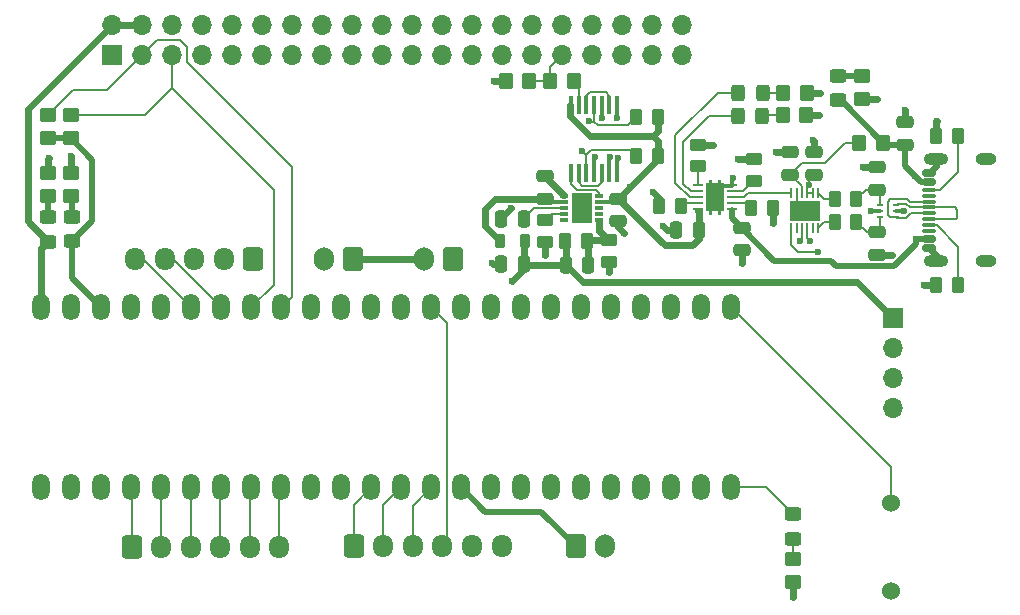
<source format=gbr>
%TF.GenerationSoftware,KiCad,Pcbnew,8.0.8*%
%TF.CreationDate,2025-03-09T10:32:03-07:00*%
%TF.ProjectId,live-video-multi-function-board,6c697665-2d76-4696-9465-6f2d6d756c74,rev?*%
%TF.SameCoordinates,Original*%
%TF.FileFunction,Copper,L1,Top*%
%TF.FilePolarity,Positive*%
%FSLAX46Y46*%
G04 Gerber Fmt 4.6, Leading zero omitted, Abs format (unit mm)*
G04 Created by KiCad (PCBNEW 8.0.8) date 2025-03-09 10:32:03*
%MOMM*%
%LPD*%
G01*
G04 APERTURE LIST*
G04 Aperture macros list*
%AMRoundRect*
0 Rectangle with rounded corners*
0 $1 Rounding radius*
0 $2 $3 $4 $5 $6 $7 $8 $9 X,Y pos of 4 corners*
0 Add a 4 corners polygon primitive as box body*
4,1,4,$2,$3,$4,$5,$6,$7,$8,$9,$2,$3,0*
0 Add four circle primitives for the rounded corners*
1,1,$1+$1,$2,$3*
1,1,$1+$1,$4,$5*
1,1,$1+$1,$6,$7*
1,1,$1+$1,$8,$9*
0 Add four rect primitives between the rounded corners*
20,1,$1+$1,$2,$3,$4,$5,0*
20,1,$1+$1,$4,$5,$6,$7,0*
20,1,$1+$1,$6,$7,$8,$9,0*
20,1,$1+$1,$8,$9,$2,$3,0*%
G04 Aperture macros list end*
%TA.AperFunction,EtchedComponent*%
%ADD10C,0.000000*%
%TD*%
%TA.AperFunction,SMDPad,CuDef*%
%ADD11RoundRect,0.050000X-0.050000X0.350000X-0.050000X-0.350000X0.050000X-0.350000X0.050000X0.350000X0*%
%TD*%
%TA.AperFunction,HeatsinkPad*%
%ADD12R,2.500000X1.700000*%
%TD*%
%TA.AperFunction,SMDPad,CuDef*%
%ADD13RoundRect,0.250000X-0.350000X-0.450000X0.350000X-0.450000X0.350000X0.450000X-0.350000X0.450000X0*%
%TD*%
%TA.AperFunction,SMDPad,CuDef*%
%ADD14RoundRect,0.250000X0.262500X0.450000X-0.262500X0.450000X-0.262500X-0.450000X0.262500X-0.450000X0*%
%TD*%
%TA.AperFunction,ComponentPad*%
%ADD15RoundRect,0.250000X-0.600000X-0.750000X0.600000X-0.750000X0.600000X0.750000X-0.600000X0.750000X0*%
%TD*%
%TA.AperFunction,ComponentPad*%
%ADD16O,1.700000X2.000000*%
%TD*%
%TA.AperFunction,ComponentPad*%
%ADD17RoundRect,0.250000X0.600000X0.750000X-0.600000X0.750000X-0.600000X-0.750000X0.600000X-0.750000X0*%
%TD*%
%TA.AperFunction,ComponentPad*%
%ADD18RoundRect,0.250000X-0.600000X-0.725000X0.600000X-0.725000X0.600000X0.725000X-0.600000X0.725000X0*%
%TD*%
%TA.AperFunction,ComponentPad*%
%ADD19O,1.700000X1.950000*%
%TD*%
%TA.AperFunction,SMDPad,CuDef*%
%ADD20RoundRect,0.250000X-0.450000X0.350000X-0.450000X-0.350000X0.450000X-0.350000X0.450000X0.350000X0*%
%TD*%
%TA.AperFunction,SMDPad,CuDef*%
%ADD21RoundRect,0.250000X0.325000X0.450000X-0.325000X0.450000X-0.325000X-0.450000X0.325000X-0.450000X0*%
%TD*%
%TA.AperFunction,SMDPad,CuDef*%
%ADD22RoundRect,0.250000X-0.262500X-0.450000X0.262500X-0.450000X0.262500X0.450000X-0.262500X0.450000X0*%
%TD*%
%TA.AperFunction,SMDPad,CuDef*%
%ADD23RoundRect,0.250000X0.350000X0.450000X-0.350000X0.450000X-0.350000X-0.450000X0.350000X-0.450000X0*%
%TD*%
%TA.AperFunction,SMDPad,CuDef*%
%ADD24RoundRect,0.250000X0.450000X-0.350000X0.450000X0.350000X-0.450000X0.350000X-0.450000X-0.350000X0*%
%TD*%
%TA.AperFunction,SMDPad,CuDef*%
%ADD25RoundRect,0.250000X-0.450000X0.325000X-0.450000X-0.325000X0.450000X-0.325000X0.450000X0.325000X0*%
%TD*%
%TA.AperFunction,SMDPad,CuDef*%
%ADD26RoundRect,0.250000X0.475000X-0.250000X0.475000X0.250000X-0.475000X0.250000X-0.475000X-0.250000X0*%
%TD*%
%TA.AperFunction,ComponentPad*%
%ADD27RoundRect,0.250000X0.600000X0.725000X-0.600000X0.725000X-0.600000X-0.725000X0.600000X-0.725000X0*%
%TD*%
%TA.AperFunction,SMDPad,CuDef*%
%ADD28RoundRect,0.150000X0.425000X-0.150000X0.425000X0.150000X-0.425000X0.150000X-0.425000X-0.150000X0*%
%TD*%
%TA.AperFunction,SMDPad,CuDef*%
%ADD29RoundRect,0.075000X0.500000X-0.075000X0.500000X0.075000X-0.500000X0.075000X-0.500000X-0.075000X0*%
%TD*%
%TA.AperFunction,HeatsinkPad*%
%ADD30O,2.100000X1.000000*%
%TD*%
%TA.AperFunction,HeatsinkPad*%
%ADD31O,1.800000X1.000000*%
%TD*%
%TA.AperFunction,SMDPad,CuDef*%
%ADD32R,0.812800X0.254000*%
%TD*%
%TA.AperFunction,SMDPad,CuDef*%
%ADD33R,1.650000X2.400000*%
%TD*%
%TA.AperFunction,ComponentPad*%
%ADD34R,1.700000X1.700000*%
%TD*%
%TA.AperFunction,ComponentPad*%
%ADD35O,1.700000X1.700000*%
%TD*%
%TA.AperFunction,SMDPad,CuDef*%
%ADD36RoundRect,0.250000X0.250000X0.475000X-0.250000X0.475000X-0.250000X-0.475000X0.250000X-0.475000X0*%
%TD*%
%TA.AperFunction,SMDPad,CuDef*%
%ADD37RoundRect,0.051250X0.153750X-0.733750X0.153750X0.733750X-0.153750X0.733750X-0.153750X-0.733750X0*%
%TD*%
%TA.AperFunction,SMDPad,CuDef*%
%ADD38RoundRect,0.250000X-0.475000X0.250000X-0.475000X-0.250000X0.475000X-0.250000X0.475000X0.250000X0*%
%TD*%
%TA.AperFunction,SMDPad,CuDef*%
%ADD39R,0.584200X0.279400*%
%TD*%
%TA.AperFunction,SMDPad,CuDef*%
%ADD40RoundRect,0.250000X0.450000X-0.262500X0.450000X0.262500X-0.450000X0.262500X-0.450000X-0.262500X0*%
%TD*%
%TA.AperFunction,SMDPad,CuDef*%
%ADD41R,0.800000X0.300000*%
%TD*%
%TA.AperFunction,SMDPad,CuDef*%
%ADD42R,1.750000X2.500000*%
%TD*%
%TA.AperFunction,ComponentPad*%
%ADD43C,1.524000*%
%TD*%
%TA.AperFunction,SMDPad,CuDef*%
%ADD44RoundRect,0.250000X-0.450000X0.262500X-0.450000X-0.262500X0.450000X-0.262500X0.450000X0.262500X0*%
%TD*%
%TA.AperFunction,SMDPad,CuDef*%
%ADD45RoundRect,0.250000X-0.250000X-0.475000X0.250000X-0.475000X0.250000X0.475000X-0.250000X0.475000X0*%
%TD*%
%TA.AperFunction,SMDPad,CuDef*%
%ADD46RoundRect,0.250000X0.450000X-0.325000X0.450000X0.325000X-0.450000X0.325000X-0.450000X-0.325000X0*%
%TD*%
%TA.AperFunction,ComponentPad*%
%ADD47O,1.500000X2.250000*%
%TD*%
%TA.AperFunction,SMDPad,CuDef*%
%ADD48RoundRect,0.218750X0.218750X0.381250X-0.218750X0.381250X-0.218750X-0.381250X0.218750X-0.381250X0*%
%TD*%
%TA.AperFunction,ViaPad*%
%ADD49C,0.600000*%
%TD*%
%TA.AperFunction,Conductor*%
%ADD50C,0.200000*%
%TD*%
%TA.AperFunction,Conductor*%
%ADD51C,0.609600*%
%TD*%
%TA.AperFunction,Conductor*%
%ADD52C,0.152400*%
%TD*%
%TA.AperFunction,Conductor*%
%ADD53C,0.304800*%
%TD*%
%TA.AperFunction,Conductor*%
%ADD54C,0.300000*%
%TD*%
%TA.AperFunction,Conductor*%
%ADD55C,0.508000*%
%TD*%
G04 APERTURE END LIST*
D10*
%TA.AperFunction,EtchedComponent*%
%TO.C,U2*%
G36*
X164042737Y-83644748D02*
G01*
X163792737Y-83644748D01*
X163792737Y-83344748D01*
X164042737Y-83344748D01*
X164042737Y-83644748D01*
G37*
%TD.AperFunction*%
%TA.AperFunction,EtchedComponent*%
G36*
X164042737Y-83644748D02*
G01*
X163792737Y-83644748D01*
X163792737Y-83344748D01*
X164042737Y-83344748D01*
X164042737Y-83644748D01*
G37*
%TD.AperFunction*%
%TA.AperFunction,EtchedComponent*%
G36*
X164042737Y-86344748D02*
G01*
X163792737Y-86344748D01*
X163792737Y-86044748D01*
X164042737Y-86044748D01*
X164042737Y-86344748D01*
G37*
%TD.AperFunction*%
%TA.AperFunction,EtchedComponent*%
G36*
X164042737Y-86344748D02*
G01*
X163792737Y-86344748D01*
X163792737Y-86044748D01*
X164042737Y-86044748D01*
X164042737Y-86344748D01*
G37*
%TD.AperFunction*%
%TA.AperFunction,EtchedComponent*%
G36*
X164792863Y-83644748D02*
G01*
X164542863Y-83644748D01*
X164542863Y-83344748D01*
X164792863Y-83344748D01*
X164792863Y-83644748D01*
G37*
%TD.AperFunction*%
%TA.AperFunction,EtchedComponent*%
G36*
X164792863Y-83644748D02*
G01*
X164542863Y-83644748D01*
X164542863Y-83344748D01*
X164792863Y-83344748D01*
X164792863Y-83644748D01*
G37*
%TD.AperFunction*%
%TA.AperFunction,EtchedComponent*%
G36*
X164792863Y-86344748D02*
G01*
X164542863Y-86344748D01*
X164542863Y-86044748D01*
X164792863Y-86044748D01*
X164792863Y-86344748D01*
G37*
%TD.AperFunction*%
%TA.AperFunction,EtchedComponent*%
G36*
X164792863Y-86344748D02*
G01*
X164542863Y-86344748D01*
X164542863Y-86044748D01*
X164792863Y-86044748D01*
X164792863Y-86344748D01*
G37*
%TD.AperFunction*%
%TD*%
D11*
%TO.P,U4,1,USBDM*%
%TO.N,Net-(U4-USBDM)*%
X172995000Y-84520000D03*
%TO.P,U4,2,~{RESET}*%
%TO.N,Net-(U4-3V3OUT)*%
X172545000Y-84520000D03*
%TO.P,U4,3,3V3OUT*%
X172095000Y-84520000D03*
%TO.P,U4,4,VCC*%
%TO.N,Net-(U4-VCC)*%
X171645000Y-84520000D03*
%TO.P,U4,5,GND*%
%TO.N,GND*%
X171195000Y-84520000D03*
%TO.P,U4,6,CBUS0*%
%TO.N,PWR_EN*%
X170745000Y-84520000D03*
%TO.P,U4,7,TXD/D0*%
%TO.N,TXD*%
X170745000Y-87420000D03*
%TO.P,U4,8,~{RTS}/D2*%
%TO.N,unconnected-(U4-~{RTS}{slash}D2-Pad8)*%
X171195000Y-87420000D03*
%TO.P,U4,9,VCCIO*%
%TO.N,Net-(U4-3V3OUT)*%
X171645000Y-87420000D03*
%TO.P,U4,10,RXD/D1*%
%TO.N,RXD*%
X172095000Y-87420000D03*
%TO.P,U4,11,~{CTS}/D3*%
%TO.N,unconnected-(U4-~{CTS}{slash}D3-Pad11)*%
X172545000Y-87420000D03*
%TO.P,U4,12,USBDP*%
%TO.N,Net-(U4-USBDP)*%
X172995000Y-87420000D03*
D12*
%TO.P,U4,13,GND*%
%TO.N,GND*%
X171870000Y-85970000D03*
%TD*%
D13*
%TO.P,R19,1*%
%TO.N,Net-(BSTAT2-K)*%
X170030000Y-76005000D03*
%TO.P,R19,2*%
%TO.N,GND*%
X172030000Y-76005000D03*
%TD*%
%TO.P,FB1,1*%
%TO.N,Net-(U4-VCC)*%
X176500000Y-80210000D03*
%TO.P,FB1,2*%
%TO.N,VBUS*%
X178500000Y-80210000D03*
%TD*%
D14*
%TO.P,R18,1*%
%TO.N,VBAT*%
X159437500Y-78015000D03*
%TO.P,R18,2*%
%TO.N,IN_TG*%
X157612500Y-78015000D03*
%TD*%
D15*
%TO.P,J8,1,Pin_1*%
%TO.N,+3.3V*%
X152500000Y-114400000D03*
D16*
%TO.P,J8,2,Pin_2*%
%TO.N,GND*%
X155000000Y-114400000D03*
%TD*%
D17*
%TO.P,J4,1,Pin_1*%
%TO.N,VBAT*%
X142100000Y-90060000D03*
D16*
%TO.P,J4,2,Pin_2*%
%TO.N,Net-(J4-Pin_2)*%
X139600000Y-90060000D03*
%TD*%
D18*
%TO.P,J9,1,Pin_1*%
%TO.N,SDN*%
X114900000Y-114425000D03*
D19*
%TO.P,J9,2,Pin_2*%
%TO.N,GPIO3*%
X117400000Y-114425000D03*
%TO.P,J9,3,Pin_3*%
%TO.N,GPIO2*%
X119900000Y-114425000D03*
%TO.P,J9,4,Pin_4*%
%TO.N,GPIO1*%
X122400000Y-114425000D03*
%TO.P,J9,5,Pin_5*%
%TO.N,GPIO0*%
X124900000Y-114425000D03*
%TO.P,J9,6,Pin_6*%
%TO.N,IRQ*%
X127400000Y-114425000D03*
%TD*%
D20*
%TO.P,R5,1*%
%TO.N,Net-(VBus1-K)*%
X176750000Y-74560000D03*
%TO.P,R5,2*%
%TO.N,GND*%
X176750000Y-76560000D03*
%TD*%
D21*
%TO.P,BSTAT2,1,K*%
%TO.N,Net-(BSTAT2-K)*%
X168300000Y-76010000D03*
%TO.P,BSTAT2,2,A*%
%TO.N,BSTAT2*%
X166250000Y-76010000D03*
%TD*%
D22*
%TO.P,R9,1*%
%TO.N,GND*%
X183025000Y-92260000D03*
%TO.P,R9,2*%
%TO.N,Net-(J10-CC1)*%
X184850000Y-92260000D03*
%TD*%
D23*
%TO.P,R22,1*%
%TO.N,Net-(U5-Q2)*%
X152300000Y-74960000D03*
%TO.P,R22,2*%
%TO.N,TG*%
X150300000Y-74960000D03*
%TD*%
D24*
%TO.P,R6,1*%
%TO.N,+3.3V1*%
X109750000Y-79860000D03*
%TO.P,R6,2*%
%TO.N,SCL1*%
X109750000Y-77860000D03*
%TD*%
D25*
%TO.P,VBus1,1,K*%
%TO.N,Net-(VBus1-K)*%
X174725000Y-74562500D03*
%TO.P,VBus1,2,A*%
%TO.N,VBUS*%
X174725000Y-76612500D03*
%TD*%
D26*
%TO.P,C8,1*%
%TO.N,GND*%
X178000000Y-89710000D03*
%TO.P,C8,2*%
%TO.N,D+*%
X178000000Y-87810000D03*
%TD*%
D27*
%TO.P,J1,1,Pin_1*%
%TO.N,GND*%
X125200000Y-90060000D03*
D19*
%TO.P,J1,2,Pin_2*%
%TO.N,PWR*%
X122700000Y-90060000D03*
%TO.P,J1,3,Pin_3*%
%TO.N,IN_TG*%
X120200000Y-90060000D03*
%TO.P,J1,4,Pin_4*%
%TO.N,TXC*%
X117700000Y-90060000D03*
%TO.P,J1,5,Pin_5*%
%TO.N,RXC*%
X115200000Y-90060000D03*
%TD*%
D14*
%TO.P,R7,1*%
%TO.N,GND*%
X169170000Y-85720000D03*
%TO.P,R7,2*%
%TO.N,Net-(U2-ISET)*%
X167345000Y-85720000D03*
%TD*%
D22*
%TO.P,R13,1*%
%TO.N,Net-(U4-USBDM)*%
X174420000Y-85010000D03*
%TO.P,R13,2*%
%TO.N,D-*%
X176245000Y-85010000D03*
%TD*%
D28*
%TO.P,J10,A1,GND*%
%TO.N,GND*%
X182425000Y-89160000D03*
%TO.P,J10,A4,VBUS*%
%TO.N,VBUS*%
X182425000Y-88360000D03*
D29*
%TO.P,J10,A5,CC1*%
%TO.N,Net-(J10-CC1)*%
X182425000Y-87210000D03*
%TO.P,J10,A6,D+*%
%TO.N,Net-(J10-D+-PadA6)*%
X182425000Y-86210000D03*
%TO.P,J10,A7,D-*%
%TO.N,Net-(J10-D--PadA7)*%
X182425000Y-85710000D03*
%TO.P,J10,A8,SBU1*%
%TO.N,unconnected-(J10-SBU1-PadA8)*%
X182425000Y-84710000D03*
D28*
%TO.P,J10,A9,VBUS*%
%TO.N,VBUS*%
X182425000Y-83560000D03*
%TO.P,J10,A12,GND*%
%TO.N,GND*%
X182425000Y-82760000D03*
%TO.P,J10,B1,GND*%
X182425000Y-82760000D03*
%TO.P,J10,B4,VBUS*%
%TO.N,VBUS*%
X182425000Y-83560000D03*
D29*
%TO.P,J10,B5,CC2*%
%TO.N,Net-(J10-CC2)*%
X182425000Y-84210000D03*
%TO.P,J10,B6,D+*%
%TO.N,Net-(J10-D+-PadA6)*%
X182425000Y-85210000D03*
%TO.P,J10,B7,D-*%
%TO.N,Net-(J10-D--PadA7)*%
X182425000Y-86710000D03*
%TO.P,J10,B8,SBU2*%
%TO.N,unconnected-(J10-SBU2-PadB8)*%
X182425000Y-87710000D03*
D28*
%TO.P,J10,B9,VBUS*%
%TO.N,VBUS*%
X182425000Y-88360000D03*
%TO.P,J10,B12,GND*%
%TO.N,GND*%
X182425000Y-89160000D03*
D30*
%TO.P,J10,S1,SHIELD*%
X183000000Y-90280000D03*
D31*
X187180000Y-90280000D03*
D30*
X183000000Y-81640000D03*
D31*
X187180000Y-81640000D03*
%TD*%
D26*
%TO.P,C4,1*%
%TO.N,Net-(U1-SW)*%
X149875000Y-84965000D03*
%TO.P,C4,2*%
%TO.N,Net-(U1-BST)*%
X149875000Y-83065000D03*
%TD*%
D20*
%TO.P,R4,1*%
%TO.N,SDA1*%
X107800000Y-77860000D03*
%TO.P,R4,2*%
%TO.N,+3.3V1*%
X107800000Y-79860000D03*
%TD*%
D23*
%TO.P,R23,1*%
%TO.N,TG*%
X148550000Y-74960000D03*
%TO.P,R23,2*%
%TO.N,GND*%
X146550000Y-74960000D03*
%TD*%
D13*
%TO.P,R20,1*%
%TO.N,Net-(BSTAT1-K)*%
X170000000Y-77910000D03*
%TO.P,R20,2*%
%TO.N,GND*%
X172000000Y-77910000D03*
%TD*%
D24*
%TO.P,R16,1*%
%TO.N,Net-(5V0-K)*%
X107800000Y-84760000D03*
%TO.P,R16,2*%
%TO.N,GND*%
X107800000Y-82760000D03*
%TD*%
D20*
%TO.P,R21,1*%
%TO.N,Net-(STAT1-K)*%
X170850000Y-115460000D03*
%TO.P,R21,2*%
%TO.N,GND*%
X170850000Y-117460000D03*
%TD*%
D32*
%TO.P,U2,1,IN*%
%TO.N,VBUS*%
X165740600Y-85845000D03*
%TO.P,U2,2,ISET*%
%TO.N,Net-(U2-ISET)*%
X165740600Y-85344874D03*
%TO.P,U2,3,/CE*%
%TO.N,PWR_EN*%
X165740600Y-84844748D03*
%TO.P,U2,4,TS*%
%TO.N,Net-(U2-TS)*%
X165740600Y-84344622D03*
%TO.P,U2,5,GND*%
%TO.N,GND*%
X165740600Y-83844496D03*
%TO.P,U2,6,CHM_TMR*%
%TO.N,Net-(U2-CHM_TMR)*%
X162845000Y-83844496D03*
%TO.P,U2,7,STAT1*%
%TO.N,BSTAT1*%
X162845000Y-84344622D03*
%TO.P,U2,8,STAT2*%
%TO.N,BSTAT2*%
X162845000Y-84844748D03*
%TO.P,U2,9,VSET*%
%TO.N,Net-(U2-VSET)*%
X162845000Y-85344874D03*
%TO.P,U2,10,OUT*%
%TO.N,VBAT*%
X162845000Y-85845000D03*
D33*
%TO.P,U2,11,GND*%
%TO.N,GND*%
X164292800Y-84844748D03*
%TD*%
D34*
%TO.P,J6,1,Pin_1*%
%TO.N,+5V*%
X179350000Y-95040000D03*
D35*
%TO.P,J6,2,Pin_2*%
%TO.N,GND*%
X179350000Y-97580000D03*
%TO.P,J6,3,Pin_3*%
%TO.N,TXD*%
X179350000Y-100120000D03*
%TO.P,J6,4,Pin_4*%
%TO.N,RXD*%
X179350000Y-102660000D03*
%TD*%
D24*
%TO.P,R15,1*%
%TO.N,Net-(3V3-K)*%
X109750000Y-84760000D03*
%TO.P,R15,2*%
%TO.N,GND*%
X109750000Y-82760000D03*
%TD*%
D25*
%TO.P,3V3,1,K*%
%TO.N,Net-(3V3-K)*%
X109800000Y-86535000D03*
%TO.P,3V3,2,A*%
%TO.N,+3.3V1*%
X109800000Y-88585000D03*
%TD*%
D36*
%TO.P,C3,1*%
%TO.N,Net-(U1-INTVCC)*%
X148075000Y-86665000D03*
%TO.P,C3,2*%
%TO.N,GND*%
X146175000Y-86665000D03*
%TD*%
D37*
%TO.P,U5,1,Q*%
%TO.N,EN*%
X152075000Y-82755000D03*
%TO.P,U5,2,~{Q1}*%
%TO.N,Net-(U5-D1)*%
X152725000Y-82755000D03*
%TO.P,U5,3,CLOCK1*%
%TO.N,PWR*%
X153375000Y-82755000D03*
%TO.P,U5,4,RESET1*%
%TO.N,GND*%
X154025000Y-82755000D03*
%TO.P,U5,5,D1*%
%TO.N,Net-(U5-D1)*%
X154675000Y-82755000D03*
%TO.P,U5,6,SET1*%
%TO.N,GND*%
X155325000Y-82755000D03*
%TO.P,U5,7,VSS*%
X155975000Y-82755000D03*
%TO.P,U5,8,SET2*%
X155975000Y-77015000D03*
%TO.P,U5,9,D2*%
%TO.N,Net-(U5-D2)*%
X155325000Y-77015000D03*
%TO.P,U5,10,RESET2*%
%TO.N,GND*%
X154675000Y-77015000D03*
%TO.P,U5,11,CLOCK2*%
%TO.N,IN_TG*%
X154025000Y-77015000D03*
%TO.P,U5,12,~{Q2}*%
%TO.N,Net-(U5-D2)*%
X153375000Y-77015000D03*
%TO.P,U5,13,Q2*%
%TO.N,Net-(U5-Q2)*%
X152725000Y-77015000D03*
%TO.P,U5,14,VDD*%
%TO.N,VBAT*%
X152075000Y-77015000D03*
%TD*%
D38*
%TO.P,C7,1*%
%TO.N,GND*%
X170645000Y-81020000D03*
%TO.P,C7,2*%
%TO.N,Net-(U4-VCC)*%
X170645000Y-82920000D03*
%TD*%
D39*
%TO.P,U3,1,I/O1*%
%TO.N,Net-(J10-D+-PadA6)*%
X179600000Y-86510000D03*
%TO.P,U3,2,GND*%
%TO.N,GND*%
X179600000Y-86010001D03*
%TO.P,U3,3,I/O2*%
%TO.N,Net-(J10-D--PadA7)*%
X179600000Y-85510002D03*
%TO.P,U3,4,I/O2*%
%TO.N,D-*%
X178279200Y-85510002D03*
%TO.P,U3,5,VBUS*%
%TO.N,VBUS*%
X178279200Y-86010001D03*
%TO.P,U3,6,I/O1*%
%TO.N,D+*%
X178279200Y-86510000D03*
%TD*%
D14*
%TO.P,R14,1*%
%TO.N,Net-(U2-VSET)*%
X161357500Y-85610000D03*
%TO.P,R14,2*%
%TO.N,GND*%
X159532500Y-85610000D03*
%TD*%
D40*
%TO.P,R1,1*%
%TO.N,GND*%
X155275000Y-90290000D03*
%TO.P,R1,2*%
%TO.N,Net-(U1-FB)*%
X155275000Y-88465000D03*
%TD*%
D17*
%TO.P,J7,1,Pin_1*%
%TO.N,Net-(J4-Pin_2)*%
X133650000Y-90060000D03*
D16*
%TO.P,J7,2,Pin_2*%
%TO.N,GND*%
X131150000Y-90060000D03*
%TD*%
D41*
%TO.P,U1,1,BST*%
%TO.N,Net-(U1-BST)*%
X151475000Y-84765000D03*
%TO.P,U1,2,SW*%
%TO.N,Net-(U1-SW)*%
X151475000Y-85265000D03*
%TO.P,U1,3,INTVCC*%
%TO.N,Net-(U1-INTVCC)*%
X151475000Y-85765000D03*
%TO.P,U1,4,RT*%
%TO.N,Net-(U1-RT)*%
X151475000Y-86265000D03*
%TO.P,U1,5,SYNC*%
%TO.N,unconnected-(U1-SYNC-Pad5)*%
X151475000Y-86765000D03*
%TO.P,U1,6,FB*%
%TO.N,Net-(U1-FB)*%
X154475000Y-86765000D03*
%TO.P,U1,7,TR/SS*%
%TO.N,unconnected-(U1-TR{slash}SS-Pad7)*%
X154475000Y-86265000D03*
%TO.P,U1,8,PG*%
%TO.N,unconnected-(U1-PG-Pad8)*%
X154475000Y-85765000D03*
%TO.P,U1,9,VIN*%
%TO.N,VBAT*%
X154475000Y-85265000D03*
%TO.P,U1,10,EN/UV*%
%TO.N,EN*%
X154475000Y-84765000D03*
D42*
%TO.P,U1,11,GND*%
%TO.N,GND*%
X152975000Y-85765000D03*
%TD*%
D43*
%TO.P,BZ1,1,-*%
%TO.N,Net-(BZ1--)*%
X179200000Y-110710000D03*
%TO.P,BZ1,2,+*%
%TO.N,GND*%
X179200000Y-118210000D03*
%TD*%
D44*
%TO.P,R3,1*%
%TO.N,Net-(U1-RT)*%
X149875000Y-86765000D03*
%TO.P,R3,2*%
%TO.N,GND*%
X149875000Y-88590000D03*
%TD*%
D45*
%TO.P,C2,1*%
%TO.N,GND*%
X146175000Y-90465000D03*
%TO.P,C2,2*%
%TO.N,+5V*%
X148075000Y-90465000D03*
%TD*%
D25*
%TO.P,5V0,1,K*%
%TO.N,Net-(5V0-K)*%
X107815000Y-86540000D03*
%TO.P,5V0,2,A*%
%TO.N,+5V*%
X107815000Y-88590000D03*
%TD*%
D45*
%TO.P,C11,1*%
%TO.N,GND*%
X160995000Y-87620000D03*
%TO.P,C11,2*%
%TO.N,VBAT*%
X162895000Y-87620000D03*
%TD*%
D22*
%TO.P,R10,1*%
%TO.N,GND*%
X183025000Y-79660000D03*
%TO.P,R10,2*%
%TO.N,Net-(J10-CC2)*%
X184850000Y-79660000D03*
%TD*%
D38*
%TO.P,C10,1*%
%TO.N,GND*%
X172645000Y-81020000D03*
%TO.P,C10,2*%
%TO.N,Net-(U4-3V3OUT)*%
X172645000Y-82920000D03*
%TD*%
D18*
%TO.P,J3,1,Pin_1*%
%TO.N,CS*%
X133700000Y-114400000D03*
D19*
%TO.P,J3,2,Pin_2*%
%TO.N,MOSI*%
X136200000Y-114400000D03*
%TO.P,J3,3,Pin_3*%
%TO.N,MISO*%
X138700000Y-114400000D03*
%TO.P,J3,4,Pin_4*%
%TO.N,SCLK*%
X141200000Y-114400000D03*
%TO.P,J3,5,Pin_5*%
%TO.N,GND*%
X143700000Y-114400000D03*
%TO.P,J3,6,Pin_6*%
%TO.N,+5V*%
X146200000Y-114400000D03*
%TD*%
D14*
%TO.P,R17,1*%
%TO.N,VBAT*%
X159425000Y-81365000D03*
%TO.P,R17,2*%
%TO.N,PWR*%
X157600000Y-81365000D03*
%TD*%
D38*
%TO.P,C6,1*%
%TO.N,GND*%
X180350000Y-78510000D03*
%TO.P,C6,2*%
%TO.N,VBUS*%
X180350000Y-80410000D03*
%TD*%
D46*
%TO.P,STAT1,1,K*%
%TO.N,Net-(STAT1-K)*%
X170845000Y-113740000D03*
%TO.P,STAT1,2,A*%
%TO.N,STAT1*%
X170845000Y-111690000D03*
%TD*%
D47*
%TO.P,Teensy4.1,0,RX1*%
%TO.N,unconnected-(Teensy4.1-RX1-Pad0)*%
X109770000Y-109400000D03*
%TO.P,Teensy4.1,1,TX1*%
%TO.N,unconnected-(Teensy4.1-TX1-Pad1)*%
X112310000Y-109400000D03*
%TO.P,Teensy4.1,2,PWM*%
%TO.N,SDN*%
X114850000Y-109400000D03*
%TO.P,Teensy4.1,3,PWM*%
%TO.N,GPIO3*%
X117390000Y-109400000D03*
%TO.P,Teensy4.1,3V,3.3V*%
%TO.N,+3.3V*%
X142790000Y-109400000D03*
%TO.P,Teensy4.1,3V1,3.3V*%
%TO.N,+3.3V1*%
X112310000Y-94160000D03*
%TO.P,Teensy4.1,4,PWM*%
%TO.N,GPIO2*%
X119930000Y-109400000D03*
%TO.P,Teensy4.1,5,PWM*%
%TO.N,GPIO1*%
X122470000Y-109400000D03*
%TO.P,Teensy4.1,5V,VIN*%
%TO.N,+5V*%
X107230000Y-94160000D03*
%TO.P,Teensy4.1,6,PWM*%
%TO.N,GPIO0*%
X125010000Y-109400000D03*
%TO.P,Teensy4.1,7,RX2*%
%TO.N,IRQ*%
X127550000Y-109400000D03*
%TO.P,Teensy4.1,8,TX2*%
%TO.N,unconnected-(Teensy4.1-TX2-Pad8)*%
X130090000Y-109400000D03*
%TO.P,Teensy4.1,9,PWM*%
%TO.N,unconnected-(Teensy4.1-PWM-Pad9)*%
X132630000Y-109400000D03*
%TO.P,Teensy4.1,10,CS*%
%TO.N,CS*%
X135170000Y-109400000D03*
%TO.P,Teensy4.1,11,MOSI*%
%TO.N,MOSI*%
X137710000Y-109400000D03*
%TO.P,Teensy4.1,12,MISO*%
%TO.N,MISO*%
X140250000Y-109400000D03*
%TO.P,Teensy4.1,13,SCK*%
%TO.N,SCLK*%
X140250000Y-94160000D03*
%TO.P,Teensy4.1,14,A0*%
%TO.N,unconnected-(Teensy4.1-A0-Pad14)*%
X137710000Y-94160000D03*
%TO.P,Teensy4.1,15,A1*%
%TO.N,unconnected-(Teensy4.1-A1-Pad15)*%
X135170000Y-94160000D03*
%TO.P,Teensy4.1,16,A2*%
%TO.N,unconnected-(Teensy4.1-A2-Pad16)*%
X132630000Y-94160000D03*
%TO.P,Teensy4.1,17,A3*%
%TO.N,unconnected-(Teensy4.1-A3-Pad17)*%
X130090000Y-94160000D03*
%TO.P,Teensy4.1,18,SDA*%
%TO.N,SDA1*%
X127550000Y-94160000D03*
%TO.P,Teensy4.1,19,SCL*%
%TO.N,SCL1*%
X125010000Y-94160000D03*
%TO.P,Teensy4.1,20,TX5*%
%TO.N,TXC*%
X122470000Y-94160000D03*
%TO.P,Teensy4.1,21,RX5*%
%TO.N,RXC*%
X119930000Y-94160000D03*
%TO.P,Teensy4.1,22,PWM*%
%TO.N,unconnected-(Teensy4.1-PWM-Pad22)*%
X117390000Y-94160000D03*
%TO.P,Teensy4.1,23,PWM*%
%TO.N,unconnected-(Teensy4.1-PWM-Pad23)*%
X114850000Y-94160000D03*
%TO.P,Teensy4.1,24,SCL2*%
%TO.N,unconnected-(Teensy4.1-SCL2-Pad24)*%
X145330000Y-109400000D03*
%TO.P,Teensy4.1,25,SDA2*%
%TO.N,unconnected-(Teensy4.1-SDA2-Pad25)*%
X147870000Y-109400000D03*
%TO.P,Teensy4.1,26,MOSI1*%
%TO.N,unconnected-(Teensy4.1-MOSI1-Pad26)*%
X150410000Y-109400000D03*
%TO.P,Teensy4.1,27,SCK1*%
%TO.N,unconnected-(Teensy4.1-SCK1-Pad27)*%
X152950000Y-109400000D03*
%TO.P,Teensy4.1,28,RX7*%
%TO.N,unconnected-(Teensy4.1-RX7-Pad28)*%
X155490000Y-109400000D03*
%TO.P,Teensy4.1,29,TX7*%
%TO.N,unconnected-(Teensy4.1-TX7-Pad29)*%
X158030000Y-109400000D03*
%TO.P,Teensy4.1,30,GPIO*%
%TO.N,unconnected-(Teensy4.1-GPIO-Pad30)*%
X160570000Y-109400000D03*
%TO.P,Teensy4.1,31,GPIO*%
%TO.N,unconnected-(Teensy4.1-GPIO-Pad31)*%
X163110000Y-109400000D03*
%TO.P,Teensy4.1,32,GPIO*%
%TO.N,STAT1*%
X165650000Y-109400000D03*
%TO.P,Teensy4.1,33,PWM*%
%TO.N,Net-(BZ1--)*%
X165650000Y-94160000D03*
%TO.P,Teensy4.1,34,RX8*%
%TO.N,unconnected-(Teensy4.1-RX8-Pad34)*%
X163110000Y-94160000D03*
%TO.P,Teensy4.1,35,TX8*%
%TO.N,unconnected-(Teensy4.1-TX8-Pad35)*%
X160570000Y-94160000D03*
%TO.P,Teensy4.1,36,PWM*%
%TO.N,unconnected-(Teensy4.1-PWM-Pad36)*%
X158030000Y-94160000D03*
%TO.P,Teensy4.1,37,PWM*%
%TO.N,unconnected-(Teensy4.1-PWM-Pad37)*%
X155490000Y-94160000D03*
%TO.P,Teensy4.1,38,CS1*%
%TO.N,unconnected-(Teensy4.1-CS1-Pad38)*%
X152950000Y-94160000D03*
%TO.P,Teensy4.1,39,MISO1*%
%TO.N,unconnected-(Teensy4.1-MISO1-Pad39)*%
X150410000Y-94160000D03*
%TO.P,Teensy4.1,40,A16*%
%TO.N,unconnected-(Teensy4.1-A16-Pad40)*%
X147870000Y-94160000D03*
%TO.P,Teensy4.1,41,A17*%
%TO.N,unconnected-(Teensy4.1-A17-Pad41)*%
X145330000Y-94160000D03*
%TO.P,Teensy4.1,G,GND*%
%TO.N,GND*%
X107230000Y-109400000D03*
%TO.P,Teensy4.1,G1,GND*%
X109770000Y-94160000D03*
%TO.P,Teensy4.1,G2,GND*%
X142790000Y-94160000D03*
%TD*%
D36*
%TO.P,C1,1*%
%TO.N,Net-(U1-FB)*%
X153525000Y-90565000D03*
%TO.P,C1,2*%
%TO.N,+5V*%
X151625000Y-90565000D03*
%TD*%
D22*
%TO.P,R12,1*%
%TO.N,Net-(U4-USBDP)*%
X174420000Y-86910000D03*
%TO.P,R12,2*%
%TO.N,D+*%
X176245000Y-86910000D03*
%TD*%
D26*
%TO.P,C5,1*%
%TO.N,GND*%
X166545000Y-89345000D03*
%TO.P,C5,2*%
%TO.N,VBUS*%
X166545000Y-87445000D03*
%TD*%
D40*
%TO.P,R8,1*%
%TO.N,Net-(U2-TS)*%
X167545000Y-83432500D03*
%TO.P,R8,2*%
%TO.N,GND*%
X167545000Y-81607500D03*
%TD*%
D21*
%TO.P,BSTAT1,1,K*%
%TO.N,Net-(BSTAT1-K)*%
X168270000Y-77975000D03*
%TO.P,BSTAT1,2,A*%
%TO.N,BSTAT1*%
X166220000Y-77975000D03*
%TD*%
D40*
%TO.P,R11,1*%
%TO.N,Net-(U2-CHM_TMR)*%
X162845000Y-82232500D03*
%TO.P,R11,2*%
%TO.N,GND*%
X162845000Y-80407500D03*
%TD*%
D48*
%TO.P,L1,1,1*%
%TO.N,+5V*%
X148175000Y-88565000D03*
%TO.P,L1,2,2*%
%TO.N,Net-(U1-SW)*%
X146050000Y-88565000D03*
%TD*%
D38*
%TO.P,C9,1*%
%TO.N,GND*%
X178000000Y-82310000D03*
%TO.P,C9,2*%
%TO.N,D-*%
X178000000Y-84210000D03*
%TD*%
D14*
%TO.P,R2,1*%
%TO.N,Net-(U1-FB)*%
X153425000Y-88565000D03*
%TO.P,R2,2*%
%TO.N,+5V*%
X151600000Y-88565000D03*
%TD*%
D38*
%TO.P,CIN1,1*%
%TO.N,VBAT*%
X156075000Y-84965000D03*
%TO.P,CIN1,2*%
%TO.N,GND*%
X156075000Y-86865000D03*
%TD*%
D34*
%TO.P,J2,1,3.3V*%
%TO.N,unconnected-(J2-3.3V-Pad1)*%
X113200000Y-72780000D03*
D35*
%TO.P,J2,2,5V*%
%TO.N,+5V*%
X113200000Y-70240000D03*
%TO.P,J2,3,SDA*%
%TO.N,SDA1*%
X115740000Y-72780000D03*
%TO.P,J2,4,5V*%
%TO.N,+5V*%
X115740000Y-70240000D03*
%TO.P,J2,5,SCL*%
%TO.N,SCL1*%
X118280000Y-72780000D03*
%TO.P,J2,6,GND*%
%TO.N,GND*%
X118280000Y-70240000D03*
%TO.P,J2,7,GPIO4*%
%TO.N,unconnected-(J2-GPIO4-Pad7)*%
X120820000Y-72780000D03*
%TO.P,J2,8,TXD*%
%TO.N,TXD*%
X120820000Y-70240000D03*
%TO.P,J2,9,GND*%
%TO.N,GND*%
X123360000Y-72780000D03*
%TO.P,J2,10,RXD*%
%TO.N,RXD*%
X123360000Y-70240000D03*
%TO.P,J2,11,GPIO17*%
%TO.N,unconnected-(J2-GPIO17-Pad11)*%
X125900000Y-72780000D03*
%TO.P,J2,12,GPIO18*%
%TO.N,unconnected-(J2-GPIO18-Pad12)*%
X125900000Y-70240000D03*
%TO.P,J2,13,GPIO27*%
%TO.N,unconnected-(J2-GPIO27-Pad13)*%
X128440000Y-72780000D03*
%TO.P,J2,14,GND*%
%TO.N,GND*%
X128440000Y-70240000D03*
%TO.P,J2,15,GPIO22*%
%TO.N,unconnected-(J2-GPIO22-Pad15)*%
X130980000Y-72780000D03*
%TO.P,J2,16,GPIO23*%
%TO.N,unconnected-(J2-GPIO23-Pad16)*%
X130980000Y-70240000D03*
%TO.P,J2,17,3.3V*%
%TO.N,unconnected-(J2-3.3V-Pad17)*%
X133520000Y-72780000D03*
%TO.P,J2,18,GPIO24*%
%TO.N,unconnected-(J2-GPIO24-Pad18)*%
X133520000Y-70240000D03*
%TO.P,J2,19,MOSI*%
%TO.N,unconnected-(J2-MOSI-Pad19)*%
X136060000Y-72780000D03*
%TO.P,J2,20,GND*%
%TO.N,GND*%
X136060000Y-70240000D03*
%TO.P,J2,21,MISO*%
%TO.N,unconnected-(J2-MISO-Pad21)*%
X138600000Y-72780000D03*
%TO.P,J2,22,GPIO25*%
%TO.N,unconnected-(J2-GPIO25-Pad22)*%
X138600000Y-70240000D03*
%TO.P,J2,23,SCLK*%
%TO.N,unconnected-(J2-SCLK-Pad23)*%
X141140000Y-72780000D03*
%TO.P,J2,24,GPIO8*%
%TO.N,unconnected-(J2-GPIO8-Pad24)*%
X141140000Y-70240000D03*
%TO.P,J2,25,GND*%
%TO.N,GND*%
X143680000Y-72780000D03*
%TO.P,J2,26,GPIO7*%
%TO.N,unconnected-(J2-GPIO7-Pad26)*%
X143680000Y-70240000D03*
%TO.P,J2,27,GPIO0*%
%TO.N,unconnected-(J2-GPIO0-Pad27)*%
X146220000Y-72780000D03*
%TO.P,J2,28,GPIO1*%
%TO.N,unconnected-(J2-GPIO1-Pad28)*%
X146220000Y-70240000D03*
%TO.P,J2,29,GPIO5*%
%TO.N,unconnected-(J2-GPIO5-Pad29)*%
X148760000Y-72780000D03*
%TO.P,J2,30,GND*%
%TO.N,GND*%
X148760000Y-70240000D03*
%TO.P,J2,31,GPIO6*%
%TO.N,TG*%
X151300000Y-72780000D03*
%TO.P,J2,32,GPIO12*%
%TO.N,unconnected-(J2-GPIO12-Pad32)*%
X151300000Y-70240000D03*
%TO.P,J2,33,GPIO13*%
%TO.N,unconnected-(J2-GPIO13-Pad33)*%
X153840000Y-72780000D03*
%TO.P,J2,34,GND*%
%TO.N,GND*%
X153840000Y-70240000D03*
%TO.P,J2,35,GPIO19*%
%TO.N,unconnected-(J2-GPIO19-Pad35)*%
X156380000Y-72780000D03*
%TO.P,J2,36,GPIO16*%
%TO.N,unconnected-(J2-GPIO16-Pad36)*%
X156380000Y-70240000D03*
%TO.P,J2,37,GPIO26*%
%TO.N,unconnected-(J2-GPIO26-Pad37)*%
X158920000Y-72780000D03*
%TO.P,J2,38,GPIO20*%
%TO.N,unconnected-(J2-GPIO20-Pad38)*%
X158920000Y-70240000D03*
%TO.P,J2,39,GND*%
%TO.N,GND*%
X161460000Y-72780000D03*
%TO.P,J2,40,GPIO21*%
%TO.N,unconnected-(J2-GPIO21-Pad40)*%
X161460000Y-70240000D03*
%TD*%
D49*
%TO.N,GND*%
X156000000Y-78160000D03*
X153000000Y-85110000D03*
X170918800Y-86010000D03*
X154074265Y-81460000D03*
X181950000Y-92260000D03*
X147000000Y-85774600D03*
X169200000Y-87010000D03*
X180350000Y-77460000D03*
X153000000Y-86510000D03*
X176800000Y-82310000D03*
X180238779Y-86010001D03*
X164300000Y-84310000D03*
X155350000Y-81460000D03*
X159050000Y-84410000D03*
X173100000Y-77910000D03*
X145400000Y-90410000D03*
X164299017Y-85608240D03*
X165800000Y-83210000D03*
X145600000Y-74960000D03*
X156100000Y-81510000D03*
X172223800Y-86010000D03*
X170850000Y-118660000D03*
X107915000Y-81490000D03*
X166200000Y-81610000D03*
X178000000Y-76560000D03*
X155300000Y-91210000D03*
X166600000Y-90410000D03*
X173200000Y-76010000D03*
X172600000Y-80010000D03*
X109715000Y-81390000D03*
X183050000Y-78360000D03*
X179300000Y-89760000D03*
X156600000Y-87860000D03*
X169400000Y-81010000D03*
X159900000Y-87310000D03*
X149900000Y-89755400D03*
X154700000Y-78160000D03*
X164100000Y-80410000D03*
%TO.N,+5V*%
X147100000Y-91910000D03*
%TO.N,VBUS*%
X181305000Y-88350000D03*
X177500000Y-86010000D03*
X181205000Y-83050000D03*
%TO.N,Net-(U4-3V3OUT)*%
X171495000Y-88510000D03*
X172203889Y-83779821D03*
%TO.N,VBAT*%
X157040000Y-84000000D03*
%TO.N,RXD*%
X172295003Y-88510000D03*
%TO.N,TXD*%
X173000000Y-89456000D03*
%TO.N,PWR*%
X153000000Y-80910000D03*
%TO.N,IN_TG*%
X153591433Y-78418567D03*
%TD*%
D50*
%TO.N,Net-(BZ1--)*%
X165650000Y-94160000D02*
X179200000Y-107710000D01*
X179200000Y-107710000D02*
X179200000Y-110710000D01*
D51*
%TO.N,GND*%
X152975000Y-85135000D02*
X153000000Y-85110000D01*
X169170000Y-86980000D02*
X169200000Y-87010000D01*
X176750000Y-76560000D02*
X178000000Y-76560000D01*
X159532500Y-85610000D02*
X159532500Y-84892500D01*
D52*
X171870000Y-85970000D02*
X172183800Y-85970000D01*
X171195000Y-84520000D02*
X171195000Y-85295000D01*
D53*
X155325000Y-81485000D02*
X155350000Y-81460000D01*
D51*
X146175000Y-90465000D02*
X145455000Y-90465000D01*
X109750000Y-81425000D02*
X109715000Y-81390000D01*
D53*
X154675000Y-77015000D02*
X154675000Y-78135000D01*
D51*
X173195000Y-76005000D02*
X173200000Y-76010000D01*
X172645000Y-80055000D02*
X172600000Y-80010000D01*
X156075000Y-86865000D02*
X156075000Y-87335000D01*
D53*
X154675000Y-78135000D02*
X154700000Y-78160000D01*
X164292800Y-84844748D02*
X164292800Y-85602023D01*
D51*
X172645000Y-81020000D02*
X172645000Y-80055000D01*
X107800000Y-82760000D02*
X107800000Y-81605000D01*
X183025000Y-92260000D02*
X181950000Y-92260000D01*
D53*
X154025000Y-82755000D02*
X154025000Y-81509265D01*
D51*
X107800000Y-81605000D02*
X107915000Y-81490000D01*
D53*
X165740600Y-83844496D02*
X165740600Y-83269400D01*
X155975000Y-78135000D02*
X156000000Y-78160000D01*
D51*
X146175000Y-86665000D02*
X146175000Y-86599600D01*
D53*
X164292800Y-85602023D02*
X164299017Y-85608240D01*
D51*
X183000000Y-90280000D02*
X183000000Y-89735000D01*
X160210000Y-87620000D02*
X159900000Y-87310000D01*
X172030000Y-76005000D02*
X173195000Y-76005000D01*
X183025000Y-82155200D02*
X182425000Y-82755200D01*
X146550000Y-74960000D02*
X145600000Y-74960000D01*
X145455000Y-90465000D02*
X145400000Y-90410000D01*
X178000000Y-89710000D02*
X179250000Y-89710000D01*
X152975000Y-85765000D02*
X152975000Y-85135000D01*
X160995000Y-87620000D02*
X160210000Y-87620000D01*
X178000000Y-82310000D02*
X176800000Y-82310000D01*
X166545000Y-89345000D02*
X166545000Y-90355000D01*
X159532500Y-84892500D02*
X159050000Y-84410000D01*
X170850000Y-117460000D02*
X170850000Y-118660000D01*
X149875000Y-89730400D02*
X149900000Y-89755400D01*
D53*
X155325000Y-82755000D02*
X155325000Y-81485000D01*
X165740600Y-83844496D02*
X165719874Y-83865222D01*
D51*
X156075000Y-87335000D02*
X156600000Y-87860000D01*
X183025000Y-79660000D02*
X183025000Y-78385000D01*
D52*
X171195000Y-85295000D02*
X171870000Y-85970000D01*
D51*
X166545000Y-90355000D02*
X166600000Y-90410000D01*
D53*
X155975000Y-82755000D02*
X155975000Y-81635000D01*
X164292800Y-84317200D02*
X164300000Y-84310000D01*
D51*
X169170000Y-85720000D02*
X169170000Y-86980000D01*
X167545000Y-81607500D02*
X166202500Y-81607500D01*
X169410000Y-81020000D02*
X169400000Y-81010000D01*
X152975000Y-86485000D02*
X153000000Y-86510000D01*
D53*
X164292800Y-84844748D02*
X164292800Y-84317200D01*
D51*
X183025000Y-78385000D02*
X183050000Y-78360000D01*
D53*
X154025000Y-81509265D02*
X154074265Y-81460000D01*
D51*
X146175000Y-86599600D02*
X147000000Y-85774600D01*
X149875000Y-88590000D02*
X149875000Y-89730400D01*
X162845000Y-80407500D02*
X164097500Y-80407500D01*
D52*
X170958800Y-85970000D02*
X170918800Y-86010000D01*
D51*
X155275000Y-90290000D02*
X155275000Y-91185000D01*
X166202500Y-81607500D02*
X166200000Y-81610000D01*
X182429800Y-89164800D02*
X182425000Y-89164800D01*
D54*
X179600000Y-86010001D02*
X180238779Y-86010001D01*
D53*
X155975000Y-81635000D02*
X156100000Y-81510000D01*
D51*
X172000000Y-77910000D02*
X173100000Y-77910000D01*
X180350000Y-78510000D02*
X180350000Y-77460000D01*
D53*
X165719874Y-83865222D02*
X165070759Y-83865222D01*
D51*
X109750000Y-82760000D02*
X109750000Y-81425000D01*
D53*
X155975000Y-77015000D02*
X155975000Y-78135000D01*
D51*
X170645000Y-81020000D02*
X169410000Y-81020000D01*
D52*
X172183800Y-85970000D02*
X172223800Y-86010000D01*
D51*
X164097500Y-80407500D02*
X164100000Y-80410000D01*
D53*
X165740600Y-83269400D02*
X165800000Y-83210000D01*
D51*
X179250000Y-89710000D02*
X179300000Y-89760000D01*
X152975000Y-85765000D02*
X152975000Y-86485000D01*
X155275000Y-91185000D02*
X155300000Y-91210000D01*
D52*
X171870000Y-85970000D02*
X170958800Y-85970000D01*
D51*
X183000000Y-89735000D02*
X182429800Y-89164800D01*
%TO.N,Net-(U1-FB)*%
X155275000Y-88465000D02*
X154475000Y-87665000D01*
X154475000Y-87665000D02*
X154475000Y-86919800D01*
X153525000Y-88465000D02*
X153425000Y-88565000D01*
X153525000Y-88665000D02*
X153425000Y-88565000D01*
X153525000Y-90565000D02*
X153525000Y-88665000D01*
X155275000Y-88465000D02*
X153525000Y-88465000D01*
%TO.N,+5V*%
X107230000Y-89175000D02*
X107815000Y-88590000D01*
X108130000Y-88905000D02*
X107815000Y-88590000D01*
X148075000Y-90935000D02*
X148075000Y-90465000D01*
X107815000Y-88590000D02*
X106100000Y-86875000D01*
X151625000Y-90565000D02*
X151625000Y-88590000D01*
X176329600Y-92019600D02*
X153079600Y-92019600D01*
X151625000Y-88590000D02*
X151600000Y-88565000D01*
X148175000Y-90565000D02*
X148075000Y-90465000D01*
X107230000Y-94160000D02*
X107230000Y-89175000D01*
X113200000Y-70240000D02*
X115740000Y-70240000D01*
X106100000Y-86875000D02*
X106100000Y-77340000D01*
X106100000Y-77340000D02*
X113200000Y-70240000D01*
X151625000Y-90565000D02*
X148175000Y-90565000D01*
X153079600Y-92019600D02*
X151625000Y-90565000D01*
X179350000Y-95040000D02*
X176329600Y-92019600D01*
X148075000Y-88665000D02*
X148175000Y-88565000D01*
X147100000Y-91910000D02*
X148075000Y-90935000D01*
X148075000Y-90465000D02*
X148075000Y-88665000D01*
D52*
%TO.N,Net-(U1-INTVCC)*%
X148975000Y-85765000D02*
X151475000Y-85765000D01*
X148075000Y-86665000D02*
X148975000Y-85765000D01*
D51*
%TO.N,Net-(U1-BST)*%
X151420200Y-84610200D02*
X151475000Y-84610200D01*
X149875000Y-83065000D02*
X151420200Y-84610200D01*
D54*
%TO.N,Net-(U1-SW)*%
X150175000Y-85265000D02*
X149875000Y-84965000D01*
D51*
X145645000Y-84965000D02*
X149875000Y-84965000D01*
X144800000Y-85810000D02*
X145645000Y-84965000D01*
X146050000Y-88565000D02*
X144800000Y-87315000D01*
X144800000Y-87315000D02*
X144800000Y-85810000D01*
D54*
X151475000Y-85265000D02*
X150175000Y-85265000D01*
%TO.N,VBUS*%
X178279200Y-86010001D02*
X177500001Y-86010001D01*
D55*
X181305000Y-88828106D02*
X181305000Y-88350000D01*
X174554000Y-90664000D02*
X179469106Y-90664000D01*
X182425000Y-83560000D02*
X181715000Y-83560000D01*
X174902500Y-76612500D02*
X178500000Y-80210000D01*
X181315000Y-88360000D02*
X181305000Y-88350000D01*
X178700000Y-80410000D02*
X178500000Y-80210000D01*
X174100000Y-90210000D02*
X169310000Y-90210000D01*
X181205000Y-83050000D02*
X180350000Y-82195000D01*
X180350000Y-82195000D02*
X180350000Y-80410000D01*
D54*
X177500001Y-86010001D02*
X177500000Y-86010000D01*
D55*
X179469106Y-90664000D02*
X181305000Y-88828106D01*
X174725000Y-76612500D02*
X174902500Y-76612500D01*
X180350000Y-80410000D02*
X178700000Y-80410000D01*
X182425000Y-88360000D02*
X181315000Y-88360000D01*
X174100000Y-90210000D02*
X174554000Y-90664000D01*
X165740600Y-86640600D02*
X165740600Y-85925874D01*
X169310000Y-90210000D02*
X166545000Y-87445000D01*
X166545000Y-87445000D02*
X165740600Y-86640600D01*
X181715000Y-83560000D02*
X181205000Y-83050000D01*
D52*
%TO.N,Net-(U4-VCC)*%
X171645000Y-83920000D02*
X171645000Y-84520000D01*
X171655000Y-81910000D02*
X173578686Y-81910000D01*
X175278686Y-80210000D02*
X176500000Y-80210000D01*
X173578686Y-81910000D02*
X175278686Y-80210000D01*
X170645000Y-82920000D02*
X171655000Y-81910000D01*
X170645000Y-82920000D02*
X171645000Y-83920000D01*
D50*
%TO.N,D+*%
X178279200Y-86510000D02*
X178279200Y-87530800D01*
X177145000Y-87810000D02*
X176245000Y-86910000D01*
X178279200Y-87530800D02*
X178000000Y-87810000D01*
X178000000Y-87810000D02*
X177145000Y-87810000D01*
X176445000Y-86610000D02*
X176245000Y-86810000D01*
%TO.N,D-*%
X177045000Y-84210000D02*
X176245000Y-85010000D01*
X178000000Y-84210000D02*
X177045000Y-84210000D01*
X178279200Y-84489200D02*
X178000000Y-84210000D01*
X176445000Y-85110000D02*
X176245000Y-84910000D01*
X178279200Y-85510002D02*
X178279200Y-84489200D01*
X178279200Y-84539200D02*
X178000000Y-84260000D01*
D52*
%TO.N,Net-(U4-3V3OUT)*%
X172655000Y-82910000D02*
X172645000Y-82920000D01*
X172203889Y-83361111D02*
X172645000Y-82920000D01*
X172095000Y-84520000D02*
X172545000Y-84520000D01*
X172203889Y-83779821D02*
X172203889Y-83361111D01*
X171645000Y-88360000D02*
X171495000Y-88510000D01*
X172095000Y-83888710D02*
X172203889Y-83779821D01*
X172645000Y-82920000D02*
X172545000Y-83020000D01*
X172095000Y-84520000D02*
X172095000Y-83888710D01*
X171645000Y-87420000D02*
X171645000Y-88360000D01*
D51*
%TO.N,VBAT*%
X159425000Y-81615000D02*
X156075000Y-84965000D01*
X160020000Y-88910000D02*
X162350000Y-88910000D01*
X162895000Y-87620000D02*
X162895000Y-86026674D01*
X159425000Y-80087700D02*
X158997300Y-79660000D01*
X153694706Y-79660000D02*
X152015200Y-77980494D01*
X159425000Y-81365000D02*
X159425000Y-81615000D01*
X159437500Y-79219800D02*
X158997300Y-79660000D01*
X159425000Y-81365000D02*
X159425000Y-80087700D01*
D54*
X155775000Y-85265000D02*
X156075000Y-84965000D01*
X154475000Y-85265000D02*
X155775000Y-85265000D01*
D51*
X162895000Y-86026674D02*
X162845000Y-85976674D01*
X158997300Y-79660000D02*
X153694706Y-79660000D01*
X162350000Y-88910000D02*
X162895000Y-88365000D01*
X159437500Y-78015000D02*
X159437500Y-79219800D01*
X162895000Y-88365000D02*
X162895000Y-87620000D01*
X152015200Y-77980494D02*
X152015200Y-77015000D01*
X156075000Y-84965000D02*
X160020000Y-88910000D01*
D50*
%TO.N,GPIO2*%
X119900000Y-114425000D02*
X119900000Y-109430000D01*
X119750000Y-114390000D02*
X119780000Y-114360000D01*
%TO.N,SDA1*%
X119600000Y-72110000D02*
X119000000Y-71510000D01*
X127550000Y-94160000D02*
X128450000Y-93260000D01*
X119600000Y-73410000D02*
X119600000Y-72110000D01*
X107800000Y-77860000D02*
X109900000Y-75760000D01*
X128450000Y-82260000D02*
X119600000Y-73410000D01*
X128450000Y-93260000D02*
X128450000Y-82260000D01*
X119000000Y-71510000D02*
X117010000Y-71510000D01*
X109900000Y-75760000D02*
X112760000Y-75760000D01*
X112760000Y-75760000D02*
X115740000Y-72780000D01*
X117010000Y-71510000D02*
X115740000Y-72780000D01*
%TO.N,MOSI*%
X136200000Y-114400000D02*
X136200000Y-110910000D01*
X136200000Y-110910000D02*
X137710000Y-109400000D01*
%TO.N,GPIO3*%
X117400000Y-114425000D02*
X117400000Y-109410000D01*
X117250000Y-114370000D02*
X117240000Y-114360000D01*
%TO.N,SCL1*%
X126900000Y-84210000D02*
X118280000Y-75590000D01*
X109750000Y-77860000D02*
X116010000Y-77860000D01*
X116010000Y-77860000D02*
X118280000Y-75590000D01*
X118280000Y-75590000D02*
X118280000Y-72780000D01*
X126900000Y-92270000D02*
X126900000Y-84210000D01*
X125010000Y-94160000D02*
X126900000Y-92270000D01*
%TO.N,SDN*%
X114750000Y-114410000D02*
X114700000Y-114360000D01*
X114900000Y-114425000D02*
X114900000Y-109450000D01*
%TO.N,GPIO1*%
X122250000Y-114430000D02*
X122320000Y-114360000D01*
X122400000Y-114425000D02*
X122400000Y-109470000D01*
%TO.N,IRQ*%
X127250000Y-114510000D02*
X127400000Y-114360000D01*
X127400000Y-114425000D02*
X127400000Y-109550000D01*
%TO.N,CS*%
X133700000Y-114400000D02*
X133700000Y-110870000D01*
X133700000Y-110870000D02*
X135170000Y-109400000D01*
%TO.N,GPIO0*%
X124900000Y-114425000D02*
X124900000Y-109510000D01*
X124750000Y-114470000D02*
X124860000Y-114360000D01*
%TO.N,MISO*%
X138700000Y-114400000D02*
X138700000Y-110950000D01*
X138700000Y-110950000D02*
X140250000Y-109400000D01*
D52*
%TO.N,RXD*%
X172095000Y-88309997D02*
X172295003Y-88510000D01*
X172095000Y-87420000D02*
X172095000Y-88309997D01*
%TO.N,TXD*%
X171332900Y-89456000D02*
X173000000Y-89456000D01*
X170745000Y-88868100D02*
X171332900Y-89456000D01*
X170745000Y-87420000D02*
X170745000Y-88868100D01*
D50*
%TO.N,SCLK*%
X141200000Y-114400000D02*
X141550000Y-114050000D01*
X141550000Y-114050000D02*
X141550000Y-95460000D01*
X141550000Y-95460000D02*
X140250000Y-94160000D01*
D55*
%TO.N,+3.3V*%
X144840000Y-111450000D02*
X149550000Y-111450000D01*
X142790000Y-109400000D02*
X144840000Y-111450000D01*
X149550000Y-111450000D02*
X152500000Y-114400000D01*
D52*
%TO.N,Net-(J10-D--PadA7)*%
X180477449Y-85433801D02*
X179676201Y-85433801D01*
X184800000Y-86585000D02*
X184800000Y-85885000D01*
X184800000Y-85885000D02*
X184625000Y-85710000D01*
X182425000Y-85710000D02*
X180753648Y-85710000D01*
X184675000Y-86710000D02*
X184800000Y-86585000D01*
X184625000Y-85710000D02*
X182425000Y-85710000D01*
X179676201Y-85433801D02*
X179600000Y-85510002D01*
X180753648Y-85710000D02*
X180477449Y-85433801D01*
X182425000Y-86710000D02*
X184675000Y-86710000D01*
D50*
%TO.N,Net-(J10-CC2)*%
X184850000Y-82674594D02*
X184850000Y-79660000D01*
X183314594Y-84210000D02*
X184850000Y-82674594D01*
X182425000Y-84210000D02*
X183314594Y-84210000D01*
%TO.N,Net-(J10-CC1)*%
X182425000Y-87210000D02*
X183032410Y-87210000D01*
X183032410Y-87210000D02*
X184850000Y-89027590D01*
X184850000Y-89027590D02*
X184850000Y-92260000D01*
D52*
%TO.N,Net-(J10-D+-PadA6)*%
X182425000Y-86210000D02*
X180853650Y-86210000D01*
X179676201Y-86586201D02*
X179600000Y-86510000D01*
X180752017Y-85210000D02*
X180552017Y-85010000D01*
X179115802Y-85010000D02*
X178900000Y-85225802D01*
X180552017Y-85010000D02*
X179115802Y-85010000D01*
X178900000Y-85225802D02*
X178900000Y-86310000D01*
X178900000Y-86310000D02*
X179100000Y-86510000D01*
X180477449Y-86586201D02*
X179676201Y-86586201D01*
X182425000Y-85210000D02*
X180752017Y-85210000D01*
X180853650Y-86210000D02*
X180477449Y-86586201D01*
X179100000Y-86510000D02*
X179600000Y-86510000D01*
D50*
%TO.N,Net-(U1-RT)*%
X149875000Y-86765000D02*
X150375000Y-86265000D01*
X150375000Y-86265000D02*
X151475000Y-86265000D01*
%TO.N,Net-(U2-ISET)*%
X165740600Y-85344874D02*
X166969874Y-85344874D01*
X166969874Y-85344874D02*
X167345000Y-85720000D01*
%TO.N,Net-(U2-TS)*%
X166632878Y-84344622D02*
X167545000Y-83432500D01*
X165740600Y-84344622D02*
X166632878Y-84344622D01*
%TO.N,Net-(U2-CHM_TMR)*%
X162845000Y-82232500D02*
X162845000Y-83844496D01*
D52*
%TO.N,Net-(U4-USBDP)*%
X174420000Y-86910000D02*
X173505000Y-86910000D01*
X173505000Y-86910000D02*
X172995000Y-87420000D01*
%TO.N,Net-(U4-USBDM)*%
X174420000Y-85010000D02*
X173485000Y-85010000D01*
X173485000Y-85010000D02*
X172995000Y-84520000D01*
D50*
%TO.N,Net-(U2-VSET)*%
X161357500Y-85345000D02*
X162844874Y-85345000D01*
X162844874Y-85345000D02*
X162845000Y-85344874D01*
%TO.N,PWR_EN*%
X165740600Y-84844748D02*
X166723008Y-84844748D01*
X167047756Y-84520000D02*
X170745000Y-84520000D01*
X166723008Y-84844748D02*
X167047756Y-84520000D01*
%TO.N,BSTAT1*%
X162845000Y-84344622D02*
X162211726Y-84344622D01*
X163780256Y-77975000D02*
X166220000Y-77975000D01*
X162211726Y-84344622D02*
X161600000Y-83732896D01*
X161600000Y-83732896D02*
X161600000Y-80155256D01*
X161600000Y-80155256D02*
X163780256Y-77975000D01*
%TO.N,BSTAT2*%
X164500000Y-76010000D02*
X166250000Y-76010000D01*
X162146166Y-84844748D02*
X160900000Y-83598582D01*
X160900000Y-83598582D02*
X160900000Y-79610000D01*
X160900000Y-79610000D02*
X164500000Y-76010000D01*
X162845000Y-84844748D02*
X162146166Y-84844748D01*
D55*
%TO.N,Net-(VBus1-K)*%
X176747500Y-74562500D02*
X176750000Y-74560000D01*
X174725000Y-74562500D02*
X176747500Y-74562500D01*
X174725000Y-74512500D02*
X174700000Y-74537500D01*
D50*
%TO.N,PWR*%
X153375000Y-81235000D02*
X153050000Y-80910000D01*
X153050000Y-80910000D02*
X153000000Y-80910000D01*
X153750000Y-80860000D02*
X153375000Y-81235000D01*
X153375000Y-81235000D02*
X153375000Y-82755000D01*
X157600000Y-81365000D02*
X157095000Y-80860000D01*
X157095000Y-80860000D02*
X153750000Y-80860000D01*
%TO.N,IN_TG*%
X153607866Y-78435000D02*
X153591433Y-78418567D01*
X157612500Y-78015000D02*
X156867500Y-78760000D01*
X154025000Y-78435000D02*
X153607866Y-78435000D01*
X154025000Y-78435000D02*
X154025000Y-77015000D01*
X154350000Y-78760000D02*
X154025000Y-78435000D01*
X156867500Y-78760000D02*
X154350000Y-78760000D01*
D52*
%TO.N,EN*%
X152552400Y-84212400D02*
X152075000Y-83735000D01*
X154475000Y-84462600D02*
X154224800Y-84212400D01*
X154224800Y-84212400D02*
X152552400Y-84212400D01*
X152075000Y-83735000D02*
X152075000Y-82755000D01*
X154475000Y-84765000D02*
X154475000Y-84462600D01*
%TO.N,Net-(U5-D2)*%
X155325000Y-76230001D02*
X155325000Y-77015000D01*
X153695001Y-75910000D02*
X155004999Y-75910000D01*
X153375000Y-76230001D02*
X153695001Y-75910000D01*
X155004999Y-75910000D02*
X155325000Y-76230001D01*
X153375000Y-77015000D02*
X153375000Y-76230001D01*
%TO.N,TG*%
X150300000Y-74960000D02*
X150300000Y-73780000D01*
X148550000Y-74960000D02*
X150300000Y-74960000D01*
X150300000Y-73780000D02*
X151300000Y-72780000D01*
%TO.N,Net-(U5-D1)*%
X152725000Y-83539999D02*
X152725000Y-82755000D01*
X154675000Y-82755000D02*
X154675000Y-83585000D01*
X154675000Y-83585000D02*
X154400000Y-83860000D01*
X153045001Y-83860000D02*
X152725000Y-83539999D01*
X154400000Y-83860000D02*
X153045001Y-83860000D01*
D50*
%TO.N,TXC*%
X117700000Y-90060000D02*
X118370000Y-90060000D01*
X118370000Y-90060000D02*
X122470000Y-94160000D01*
%TO.N,RXC*%
X115830000Y-90060000D02*
X119930000Y-94160000D01*
X115200000Y-90060000D02*
X115830000Y-90060000D01*
D52*
%TO.N,Net-(BSTAT1-K)*%
X170000000Y-77910000D02*
X168335000Y-77910000D01*
X168335000Y-77910000D02*
X168270000Y-77975000D01*
%TO.N,Net-(BSTAT2-K)*%
X168305000Y-76005000D02*
X168300000Y-76010000D01*
X170030000Y-76005000D02*
X168305000Y-76005000D01*
D55*
%TO.N,+3.3V1*%
X111550000Y-86835000D02*
X111550000Y-81660000D01*
X109800000Y-91650000D02*
X109800000Y-88585000D01*
X111550000Y-81660000D02*
X109750000Y-79860000D01*
X109800000Y-88585000D02*
X111550000Y-86835000D01*
X112310000Y-94160000D02*
X109800000Y-91650000D01*
X107800000Y-79860000D02*
X109750000Y-79860000D01*
D52*
%TO.N,Net-(STAT1-K)*%
X170845000Y-115455000D02*
X170850000Y-115460000D01*
X170845000Y-113740000D02*
X170845000Y-115455000D01*
%TO.N,STAT1*%
X168555000Y-109400000D02*
X170845000Y-111690000D01*
X165650000Y-109400000D02*
X168555000Y-109400000D01*
D55*
%TO.N,Net-(3V3-K)*%
X109800000Y-84810000D02*
X109750000Y-84760000D01*
X109800000Y-86535000D02*
X109800000Y-84810000D01*
%TO.N,Net-(5V0-K)*%
X107815000Y-86540000D02*
X107815000Y-84775000D01*
X107815000Y-84775000D02*
X107800000Y-84760000D01*
D52*
%TO.N,Net-(U5-Q2)*%
X152725000Y-75385000D02*
X152300000Y-74960000D01*
X152725000Y-77015000D02*
X152725000Y-75385000D01*
D51*
%TO.N,Net-(J4-Pin_2)*%
X133650000Y-90060000D02*
X139600000Y-90060000D01*
%TD*%
M02*

</source>
